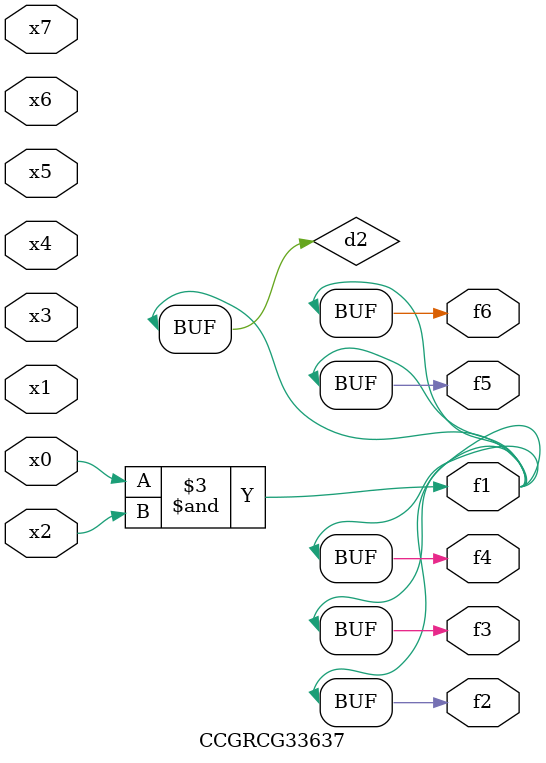
<source format=v>
module CCGRCG33637(
	input x0, x1, x2, x3, x4, x5, x6, x7,
	output f1, f2, f3, f4, f5, f6
);

	wire d1, d2;

	nor (d1, x3, x6);
	and (d2, x0, x2);
	assign f1 = d2;
	assign f2 = d2;
	assign f3 = d2;
	assign f4 = d2;
	assign f5 = d2;
	assign f6 = d2;
endmodule

</source>
